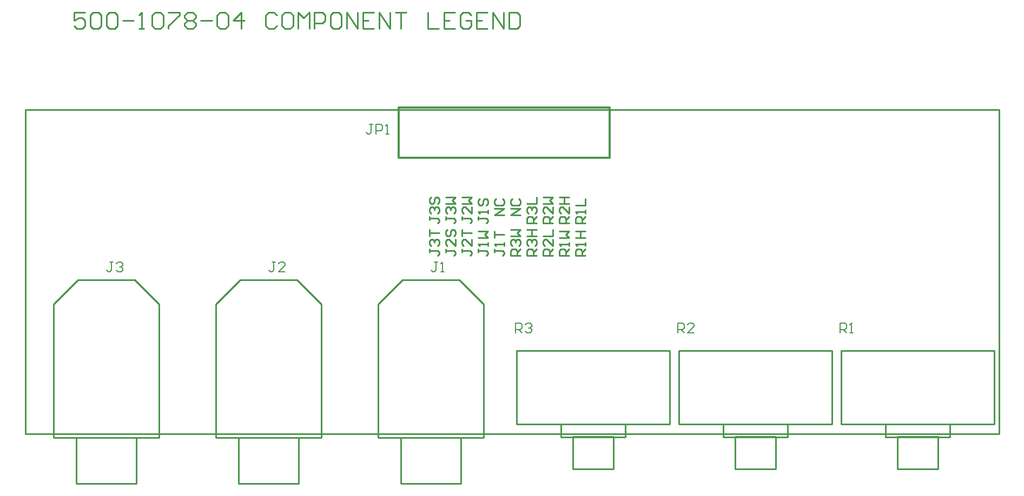
<source format=gto>
*%FSLAX23Y23*%
*%MOIN*%
G01*
%ADD11C,0.006*%
%ADD12C,0.007*%
%ADD13C,0.010*%
%ADD14C,0.012*%
%ADD15C,0.036*%
%ADD16C,0.050*%
%ADD17C,0.056*%
%ADD18C,0.060*%
%ADD19C,0.062*%
%ADD20C,0.066*%
%ADD21C,0.070*%
%ADD22C,0.080*%
%ADD23C,0.095*%
%ADD24C,0.100*%
%ADD25C,0.104*%
%ADD26C,0.115*%
%ADD27C,0.120*%
%ADD28C,0.124*%
%ADD29C,0.150*%
%ADD30C,0.154*%
%ADD31R,0.062X0.062*%
%ADD32R,0.066X0.066*%
D11*
X9370Y7838D02*
X9390D01*
X9380D02*
X9370D01*
X9380D02*
Y7788D01*
X9370Y7778D01*
X9360D01*
X9350Y7788D01*
X9410Y7778D02*
X9430D01*
X9420D01*
Y7838D01*
X9421D01*
X9420D02*
X9410Y7828D01*
X8990Y8688D02*
X8970D01*
X8980D01*
Y8638D01*
X8970Y8628D01*
X8960D01*
X8950Y8638D01*
X9010Y8628D02*
Y8688D01*
X9040D01*
X9050Y8678D01*
Y8658D01*
X9040Y8648D01*
X9010D01*
X9070Y8628D02*
X9090D01*
X9080D01*
Y8688D01*
X9081D01*
X9080D02*
X9070Y8678D01*
X11873Y7462D02*
Y7402D01*
Y7462D02*
X11903D01*
X11913Y7452D01*
Y7432D01*
X11903Y7422D01*
X11873D01*
X11893D02*
X11913Y7402D01*
X11933D02*
X11953D01*
X11943D01*
Y7462D01*
X11944D01*
X11943D02*
X11933Y7452D01*
X10873Y7462D02*
Y7402D01*
Y7462D02*
X10903D01*
X10913Y7452D01*
Y7432D01*
X10903Y7422D01*
X10873D01*
X10893D02*
X10913Y7402D01*
X10933D02*
X10973D01*
X10933D02*
X10973Y7442D01*
Y7452D01*
X10963Y7462D01*
X10943D01*
X10933Y7452D01*
X9873Y7462D02*
Y7402D01*
Y7462D02*
X9903D01*
X9913Y7452D01*
Y7432D01*
X9903Y7422D01*
X9873D01*
X9893D02*
X9913Y7402D01*
X9933Y7452D02*
X9943Y7462D01*
X9963D01*
X9973Y7452D01*
Y7442D01*
X9974D01*
X9973D02*
X9974D01*
X9973D02*
X9974D01*
X9973D02*
X9963Y7432D01*
X9953D01*
X9963D01*
X9973Y7422D01*
Y7412D01*
X9963Y7402D01*
X9943D01*
X9933Y7412D01*
X8390Y7838D02*
X8370D01*
X8380D01*
Y7788D01*
X8370Y7778D01*
X8360D01*
X8350Y7788D01*
X8410Y7778D02*
X8450D01*
X8410D02*
X8450Y7818D01*
Y7828D01*
X8440Y7838D01*
X8420D01*
X8410Y7828D01*
X7390Y7838D02*
X7370D01*
X7380D01*
Y7788D01*
X7370Y7778D01*
X7360D01*
X7350Y7788D01*
X7410Y7828D02*
X7420Y7838D01*
X7440D01*
X7450Y7828D01*
Y7818D01*
X7451D01*
X7450D02*
X7451D01*
X7450D02*
X7451D01*
X7450D02*
X7440Y7808D01*
X7430D01*
X7440D01*
X7450Y7798D01*
Y7788D01*
X7440Y7778D01*
X7420D01*
X7410Y7788D01*
D13*
X9740Y7898D02*
Y7918D01*
Y7908D02*
Y7898D01*
Y7908D02*
X9790D01*
X9800Y7898D01*
Y7888D01*
X9790Y7878D01*
X9800Y7938D02*
Y7958D01*
Y7948D01*
X9740D01*
X9741D01*
X9740D02*
X9750Y7938D01*
X9740Y7988D02*
Y8028D01*
Y8008D01*
X9800D01*
X10240Y8078D02*
X10300D01*
X10240D02*
Y8108D01*
X10250Y8118D01*
X10270D01*
X10280Y8108D01*
Y8078D01*
Y8098D02*
X10300Y8118D01*
Y8138D02*
Y8158D01*
Y8148D01*
X10240D01*
X10241D01*
X10240D02*
X10250Y8138D01*
X10240Y8188D02*
X10300D01*
Y8228D01*
Y7878D02*
X10240D01*
Y7908D01*
X10250Y7918D01*
X10270D01*
X10280Y7908D01*
Y7878D01*
Y7898D02*
X10300Y7918D01*
Y7938D02*
Y7958D01*
Y7948D01*
X10240D01*
X10241D01*
X10240D02*
X10250Y7938D01*
X10240Y7988D02*
X10300D01*
X10270D01*
Y8028D01*
X10240D01*
X10300D01*
X10200Y8078D02*
X10140D01*
Y8108D01*
X10150Y8118D01*
X10170D01*
X10180Y8108D01*
Y8078D01*
Y8098D02*
X10200Y8118D01*
Y8138D02*
Y8178D01*
Y8138D02*
X10160Y8178D01*
X10150D01*
X10140Y8168D01*
Y8148D01*
X10150Y8138D01*
X10140Y8198D02*
X10200D01*
X10170D01*
Y8238D01*
X10140D01*
X10200D01*
Y7878D02*
X10140D01*
Y7908D01*
X10150Y7918D01*
X10170D01*
X10180Y7908D01*
Y7878D01*
Y7898D02*
X10200Y7918D01*
Y7938D02*
Y7958D01*
Y7948D01*
X10140D01*
X10141D01*
X10140D02*
X10150Y7938D01*
X10140Y7988D02*
X10200D01*
X10180Y8008D01*
X10200Y8028D01*
X10140D01*
X10100Y8078D02*
X10040D01*
Y8108D01*
X10050Y8118D01*
X10070D01*
X10080Y8108D01*
Y8078D01*
Y8098D02*
X10100Y8118D01*
Y8138D02*
Y8178D01*
Y8138D02*
X10060Y8178D01*
X10050D01*
X10040Y8168D01*
Y8148D01*
X10050Y8138D01*
X10040Y8198D02*
X10100D01*
X10080Y8218D01*
X10100Y8238D01*
X10040D01*
Y7878D02*
X10100D01*
X10040D02*
Y7908D01*
X10050Y7918D01*
X10070D01*
X10080Y7908D01*
Y7878D01*
Y7898D02*
X10100Y7918D01*
Y7938D02*
Y7978D01*
Y7938D02*
X10060Y7978D01*
X10050D01*
X10040Y7968D01*
Y7948D01*
X10050Y7938D01*
X10040Y7998D02*
X10100D01*
Y8038D01*
X9900Y7878D02*
X9840D01*
Y7908D01*
X9850Y7918D01*
X9870D01*
X9880Y7908D01*
Y7878D01*
Y7898D02*
X9900Y7918D01*
X9850Y7938D02*
X9840Y7948D01*
Y7968D01*
X9850Y7978D01*
X9860D01*
X9861D01*
X9860D02*
X9861D01*
X9860D02*
X9861D01*
X9860D02*
X9870Y7968D01*
Y7958D01*
Y7968D01*
X9880Y7978D01*
X9890D01*
X9900Y7968D01*
Y7948D01*
X9890Y7938D01*
X9900Y7998D02*
X9840D01*
X9880Y8018D02*
X9900Y7998D01*
X9880Y8018D02*
X9900Y8038D01*
X9840D01*
X9940Y7878D02*
X10000D01*
X9940D02*
Y7908D01*
X9950Y7918D01*
X9970D01*
X9980Y7908D01*
Y7878D01*
Y7898D02*
X10000Y7918D01*
X9950Y7938D02*
X9940Y7948D01*
Y7968D01*
X9950Y7978D01*
X9960D01*
X9961D01*
X9960D02*
X9961D01*
X9960D02*
X9961D01*
X9960D02*
X9970Y7968D01*
Y7958D01*
Y7968D01*
X9980Y7978D01*
X9990D01*
X10000Y7968D01*
Y7948D01*
X9990Y7938D01*
X10000Y7998D02*
X9940D01*
X9970D02*
X10000D01*
X9970D02*
Y8038D01*
X9940D01*
X10000D01*
Y8078D02*
X9940D01*
Y8108D01*
X9950Y8118D01*
X9970D01*
X9980Y8108D01*
Y8078D01*
Y8098D02*
X10000Y8118D01*
X9950Y8138D02*
X9940Y8148D01*
Y8168D01*
X9950Y8178D01*
X9960D01*
X9961D01*
X9960D02*
X9961D01*
X9960D02*
X9961D01*
X9960D02*
X9970Y8168D01*
Y8158D01*
Y8168D01*
X9980Y8178D01*
X9990D01*
X10000Y8168D01*
Y8148D01*
X9990Y8138D01*
X10000Y8198D02*
X9940D01*
X10000D02*
Y8238D01*
X9900Y8128D02*
X9840D01*
X9900Y8168D01*
X9840D01*
Y8218D02*
X9850Y8228D01*
X9840Y8218D02*
Y8198D01*
X9850Y8188D01*
X9890D01*
X9900Y8198D01*
Y8218D01*
X9890Y8228D01*
X9800Y8128D02*
X9740D01*
X9800Y8168D01*
X9740D01*
Y8218D02*
X9750Y8228D01*
X9740Y8218D02*
Y8198D01*
X9750Y8188D01*
X9790D01*
X9800Y8198D01*
Y8218D01*
X9790Y8228D01*
X9640Y7918D02*
Y7898D01*
Y7908D01*
X9690D01*
X9700Y7898D01*
Y7888D01*
X9690Y7878D01*
X9700Y7938D02*
Y7958D01*
Y7948D01*
X9640D01*
X9641D01*
X9640D02*
X9650Y7938D01*
X9640Y7988D02*
X9700D01*
X9680Y8008D01*
X9700Y8028D01*
X9640D01*
Y8098D02*
Y8118D01*
Y8108D02*
Y8098D01*
Y8108D02*
X9690D01*
X9700Y8098D01*
Y8088D01*
X9690Y8078D01*
X9700Y8138D02*
Y8158D01*
Y8148D01*
X9640D01*
X9641D01*
X9640D02*
X9650Y8138D01*
X9640Y8218D02*
X9650Y8228D01*
X9640Y8218D02*
Y8198D01*
X9650Y8188D01*
X9660D01*
X9670Y8198D01*
Y8218D01*
X9680Y8228D01*
X9690D01*
X9700Y8218D01*
Y8198D01*
X9690Y8188D01*
X9540Y7918D02*
Y7898D01*
Y7908D01*
X9590D01*
X9600Y7898D01*
Y7888D01*
X9590Y7878D01*
X9600Y7938D02*
Y7978D01*
Y7938D02*
X9560Y7978D01*
X9550D01*
X9540Y7968D01*
Y7948D01*
X9550Y7938D01*
X9540Y7998D02*
Y8038D01*
Y8018D01*
X9600D01*
X9540Y8098D02*
Y8118D01*
Y8108D02*
Y8098D01*
Y8108D02*
X9590D01*
X9600Y8098D01*
Y8088D01*
X9590Y8078D01*
X9600Y8138D02*
Y8178D01*
Y8138D02*
X9560Y8178D01*
X9550D01*
X9540Y8168D01*
Y8148D01*
X9550Y8138D01*
X9540Y8198D02*
X9600D01*
X9580Y8218D01*
X9600Y8238D01*
X9540D01*
X9440Y7918D02*
Y7898D01*
Y7908D01*
X9490D01*
X9500Y7898D01*
Y7888D01*
X9490Y7878D01*
X9500Y7938D02*
Y7978D01*
Y7938D02*
X9460Y7978D01*
X9450D01*
X9440Y7968D01*
Y7948D01*
X9450Y7938D01*
X9440Y8028D02*
X9450Y8038D01*
X9440Y8028D02*
Y8008D01*
X9450Y7998D01*
X9460D01*
X9470Y8008D01*
Y8028D01*
X9480Y8038D01*
X9490D01*
X9500Y8028D01*
Y8008D01*
X9490Y7998D01*
X9440Y8098D02*
Y8118D01*
Y8108D02*
Y8098D01*
Y8108D02*
X9490D01*
X9500Y8098D01*
Y8088D01*
X9490Y8078D01*
X9450Y8138D02*
X9440Y8148D01*
Y8168D01*
X9450Y8178D01*
X9460D01*
X9461D01*
X9460D02*
X9461D01*
X9460D02*
X9461D01*
X9460D02*
X9470Y8168D01*
Y8158D01*
Y8168D01*
X9480Y8178D01*
X9490D01*
X9500Y8168D01*
Y8148D01*
X9490Y8138D01*
X9500Y8198D02*
X9440D01*
X9480Y8218D02*
X9500Y8198D01*
X9480Y8218D02*
X9500Y8238D01*
X9440D01*
X9340Y7918D02*
Y7898D01*
Y7908D01*
X9390D01*
X9400Y7898D01*
Y7888D01*
X9390Y7878D01*
X9350Y7938D02*
X9340Y7948D01*
Y7968D01*
X9350Y7978D01*
X9360D01*
X9361D01*
X9360D02*
X9361D01*
X9360D02*
X9361D01*
X9360D02*
X9370Y7968D01*
Y7958D01*
Y7968D01*
X9380Y7978D01*
X9390D01*
X9400Y7968D01*
Y7948D01*
X9390Y7938D01*
X9340Y7998D02*
Y8038D01*
Y8018D01*
X9400D01*
X9340Y8098D02*
Y8118D01*
Y8108D02*
Y8098D01*
Y8108D02*
X9390D01*
X9400Y8098D01*
Y8088D01*
X9390Y8078D01*
X9350Y8138D02*
X9340Y8148D01*
Y8168D01*
X9350Y8178D01*
X9360D01*
X9361D01*
X9360D02*
X9361D01*
X9360D02*
X9361D01*
X9360D02*
X9370Y8168D01*
Y8158D01*
Y8168D01*
X9380Y8178D01*
X9390D01*
X9400Y8168D01*
Y8148D01*
X9390Y8138D01*
X9340Y8228D02*
X9350Y8238D01*
X9340Y8228D02*
Y8208D01*
X9350Y8198D01*
X9360D01*
X9370Y8208D01*
Y8228D01*
X9380Y8238D01*
X9390D01*
X9400Y8228D01*
Y8208D01*
X9390Y8198D01*
X7217Y9378D02*
X7150D01*
Y9328D01*
X7183Y9345D01*
X7200D01*
X7217Y9328D01*
Y9295D01*
X7200Y9278D01*
X7167D01*
X7150Y9295D01*
X7250Y9361D02*
X7267Y9378D01*
X7300D01*
X7317Y9361D01*
Y9295D01*
X7300Y9278D01*
X7267D01*
X7250Y9295D01*
Y9361D01*
X7350D02*
X7367Y9378D01*
X7400D01*
X7417Y9361D01*
Y9295D01*
X7400Y9278D01*
X7367D01*
X7350Y9295D01*
Y9361D01*
X7450Y9328D02*
X7517D01*
X7550Y9278D02*
X7583D01*
X7567D01*
Y9378D01*
X7568D01*
X7567D02*
X7550Y9361D01*
X7633D02*
X7650Y9378D01*
X7683D01*
X7700Y9361D01*
Y9295D01*
X7683Y9278D01*
X7650D01*
X7633Y9295D01*
Y9361D01*
X7733Y9378D02*
X7800D01*
Y9361D01*
X7733Y9295D01*
Y9278D01*
X7833Y9361D02*
X7850Y9378D01*
X7883D01*
X7900Y9361D01*
Y9345D01*
X7883Y9328D01*
X7900Y9311D01*
Y9295D01*
X7883Y9278D01*
X7850D01*
X7833Y9295D01*
Y9311D01*
X7850Y9328D01*
X7833Y9345D01*
Y9361D01*
X7850Y9328D02*
X7883D01*
X7933D02*
X8000D01*
X8033Y9361D02*
X8050Y9378D01*
X8083D01*
X8100Y9361D01*
Y9295D01*
X8083Y9278D01*
X8050D01*
X8033Y9295D01*
Y9361D01*
X8183Y9378D02*
Y9278D01*
X8133Y9328D02*
X8183Y9378D01*
X8200Y9328D02*
X8133D01*
X8383Y9378D02*
X8400Y9361D01*
X8383Y9378D02*
X8350D01*
X8333Y9361D01*
Y9295D01*
X8350Y9278D01*
X8383D01*
X8400Y9295D01*
X8450Y9378D02*
X8483D01*
X8450D02*
X8433Y9361D01*
Y9295D01*
X8450Y9278D01*
X8483D01*
X8500Y9295D01*
Y9361D01*
X8483Y9378D01*
X8533D02*
Y9278D01*
X8566Y9345D02*
X8533Y9378D01*
X8566Y9345D02*
X8600Y9378D01*
Y9278D01*
X8633D02*
Y9378D01*
X8683D01*
X8699Y9361D01*
Y9328D01*
X8683Y9311D01*
X8633D01*
X8749Y9378D02*
X8783D01*
X8749D02*
X8733Y9361D01*
Y9295D01*
X8749Y9278D01*
X8783D01*
X8799Y9295D01*
Y9361D01*
X8783Y9378D01*
X8833D02*
Y9278D01*
X8899D02*
X8833Y9378D01*
X8899D02*
Y9278D01*
X8933Y9378D02*
X8999D01*
X8933D02*
Y9278D01*
X8999D01*
X8966Y9328D02*
X8933D01*
X9033Y9278D02*
Y9378D01*
X9099Y9278D01*
Y9378D01*
X9133D02*
X9199D01*
X9166D01*
Y9278D01*
X9333D02*
Y9378D01*
Y9278D02*
X9399D01*
X9433Y9378D02*
X9499D01*
X9433D02*
Y9278D01*
X9499D01*
X9466Y9328D02*
X9433D01*
X9583Y9378D02*
X9599Y9361D01*
X9583Y9378D02*
X9549D01*
X9533Y9361D01*
Y9295D01*
X9549Y9278D01*
X9583D01*
X9599Y9295D01*
Y9328D01*
X9566D01*
X9633Y9378D02*
X9699D01*
X9633D02*
Y9278D01*
X9699D01*
X9666Y9328D02*
X9633D01*
X9732Y9278D02*
Y9378D01*
X9799Y9278D01*
Y9378D01*
X9832D02*
Y9278D01*
X9882D01*
X9899Y9295D01*
Y9361D01*
X9882Y9378D01*
X9832D01*
X9525Y7728D02*
X9675Y7578D01*
X9175Y7728D02*
X9025Y7578D01*
X9165Y6753D02*
Y6473D01*
X9535D02*
Y6753D01*
X9675Y6756D02*
Y7578D01*
X9025D02*
Y6756D01*
X9165Y6473D02*
X9535D01*
X9675Y6756D02*
X9025D01*
X9175Y7728D02*
X9525D01*
X12475Y6763D02*
Y6563D01*
X12225D02*
Y6763D01*
X12153Y6759D02*
Y6838D01*
X12547D02*
Y6759D01*
X12822Y6838D02*
Y7291D01*
X11878D02*
Y6838D01*
X12350D02*
X12822D01*
X12350D02*
X11878D01*
X12225Y6563D02*
X12475D01*
Y6763D02*
X12225D01*
X12153Y6759D02*
X12350D01*
X12547D01*
X12822Y7291D02*
X11878D01*
X11475Y6763D02*
Y6563D01*
X11225D02*
Y6763D01*
X11153Y6759D02*
Y6838D01*
X11547D02*
Y6759D01*
X11822Y6838D02*
Y7291D01*
X10878D02*
Y6838D01*
X11350D02*
X11822D01*
X11350D02*
X10878D01*
X11225Y6563D02*
X11475D01*
Y6763D02*
X11225D01*
X11153Y6759D02*
X11350D01*
X11547D01*
X11822Y7291D02*
X10878D01*
X10475Y6763D02*
Y6563D01*
X10225D02*
Y6763D01*
X10153Y6759D02*
Y6838D01*
X10547D02*
Y6759D01*
X10822Y6838D02*
Y7291D01*
X9878D02*
Y6838D01*
X10350D02*
X10822D01*
X10350D02*
X9878D01*
X10225Y6563D02*
X10475D01*
Y6763D02*
X10225D01*
X10153Y6759D02*
X10350D01*
X10547D01*
X10822Y7291D02*
X9878D01*
X8675Y7578D02*
X8525Y7728D01*
X8175D02*
X8025Y7578D01*
X8165Y6753D02*
Y6473D01*
X8535D02*
Y6753D01*
X8675Y6756D02*
Y7578D01*
X8025D02*
Y6756D01*
X8165Y6473D02*
X8535D01*
X8675Y6756D02*
X8025D01*
X8175Y7728D02*
X8525D01*
X7675Y7578D02*
X7525Y7728D01*
X7175D02*
X7025Y7578D01*
X7165Y6753D02*
Y6473D01*
X7535D02*
Y6753D01*
X7675Y6756D02*
Y7578D01*
X7025D02*
Y6756D01*
X7165Y6473D02*
X7535D01*
X7675Y6756D02*
X7025D01*
X7175Y7728D02*
X7525D01*
X6850Y8778D02*
X12850D01*
Y6778D02*
X6850D01*
X12850D02*
Y8778D01*
X6850D02*
Y6778D01*
D14*
X9150Y8483D02*
Y8793D01*
X10450D02*
Y8483D01*
Y8793D02*
X9150D01*
Y8483D02*
X10450D01*
D02*
M02*

</source>
